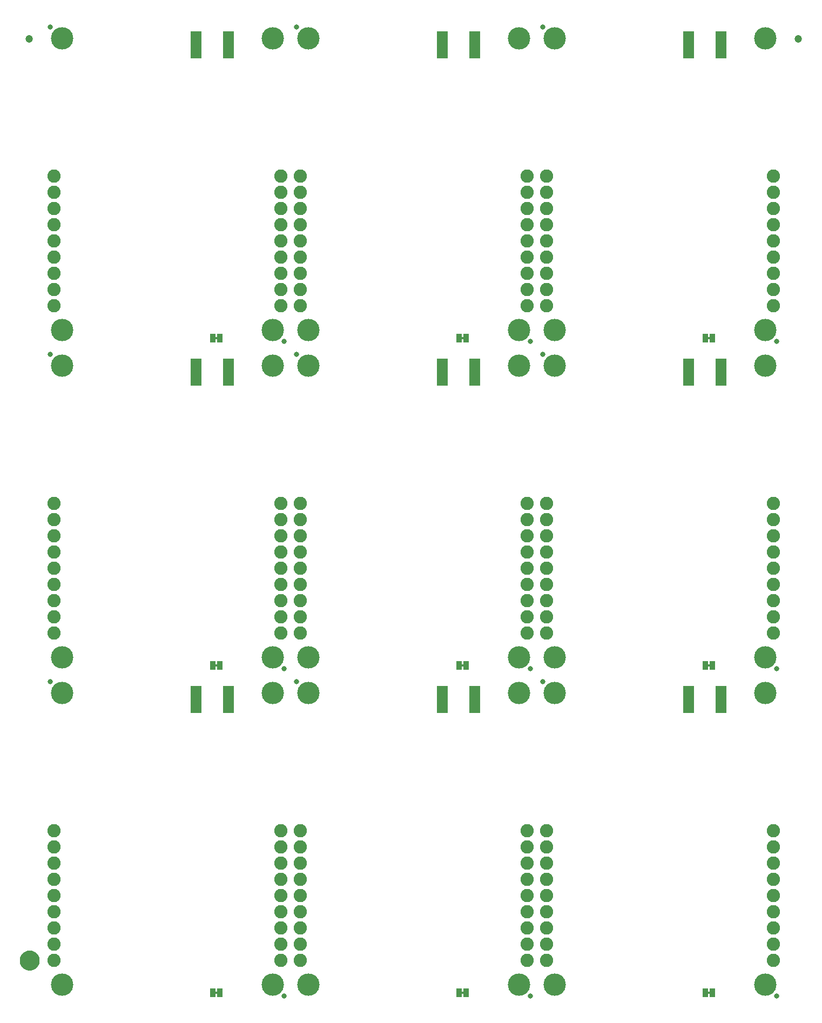
<source format=gbs>
G04 EAGLE Gerber RS-274X export*
G75*
%MOMM*%
%FSLAX34Y34*%
%LPD*%
%INSoldermask Bottom*%
%IPPOS*%
%AMOC8*
5,1,8,0,0,1.08239X$1,22.5*%
G01*
%ADD10C,0.838200*%
%ADD11C,3.505200*%
%ADD12R,0.863600X1.473200*%
%ADD13R,1.703200X4.203200*%
%ADD14C,2.082800*%
%ADD15C,1.203200*%
%ADD16C,1.270000*%
%ADD17C,1.703200*%

G36*
X1040830Y1036967D02*
X1040830Y1036967D01*
X1040896Y1036969D01*
X1040939Y1036987D01*
X1040986Y1036995D01*
X1041043Y1037029D01*
X1041103Y1037054D01*
X1041138Y1037085D01*
X1041179Y1037110D01*
X1041221Y1037161D01*
X1041269Y1037205D01*
X1041291Y1037247D01*
X1041320Y1037284D01*
X1041341Y1037346D01*
X1041372Y1037405D01*
X1041380Y1037459D01*
X1041392Y1037496D01*
X1041391Y1037536D01*
X1041399Y1037590D01*
X1041399Y1040130D01*
X1041388Y1040195D01*
X1041386Y1040261D01*
X1041368Y1040304D01*
X1041360Y1040351D01*
X1041326Y1040408D01*
X1041301Y1040468D01*
X1041270Y1040503D01*
X1041245Y1040544D01*
X1041194Y1040586D01*
X1041150Y1040634D01*
X1041108Y1040656D01*
X1041071Y1040685D01*
X1041009Y1040706D01*
X1040950Y1040737D01*
X1040896Y1040745D01*
X1040859Y1040757D01*
X1040819Y1040756D01*
X1040765Y1040764D01*
X1036955Y1040764D01*
X1036890Y1040753D01*
X1036824Y1040751D01*
X1036781Y1040733D01*
X1036734Y1040725D01*
X1036677Y1040691D01*
X1036617Y1040666D01*
X1036582Y1040635D01*
X1036541Y1040610D01*
X1036500Y1040559D01*
X1036451Y1040515D01*
X1036429Y1040473D01*
X1036400Y1040436D01*
X1036379Y1040374D01*
X1036348Y1040315D01*
X1036340Y1040261D01*
X1036328Y1040224D01*
X1036328Y1040221D01*
X1036329Y1040184D01*
X1036321Y1040130D01*
X1036321Y1037590D01*
X1036332Y1037525D01*
X1036334Y1037459D01*
X1036352Y1037416D01*
X1036360Y1037369D01*
X1036394Y1037312D01*
X1036419Y1037252D01*
X1036450Y1037217D01*
X1036475Y1037176D01*
X1036526Y1037135D01*
X1036570Y1037086D01*
X1036612Y1037064D01*
X1036649Y1037035D01*
X1036711Y1037014D01*
X1036770Y1036983D01*
X1036824Y1036975D01*
X1036861Y1036963D01*
X1036901Y1036964D01*
X1036955Y1036956D01*
X1040765Y1036956D01*
X1040830Y1036967D01*
G37*
G36*
X654750Y1036967D02*
X654750Y1036967D01*
X654816Y1036969D01*
X654859Y1036987D01*
X654906Y1036995D01*
X654963Y1037029D01*
X655023Y1037054D01*
X655058Y1037085D01*
X655099Y1037110D01*
X655141Y1037161D01*
X655189Y1037205D01*
X655211Y1037247D01*
X655240Y1037284D01*
X655261Y1037346D01*
X655292Y1037405D01*
X655300Y1037459D01*
X655312Y1037496D01*
X655311Y1037536D01*
X655319Y1037590D01*
X655319Y1040130D01*
X655308Y1040195D01*
X655306Y1040261D01*
X655288Y1040304D01*
X655280Y1040351D01*
X655246Y1040408D01*
X655221Y1040468D01*
X655190Y1040503D01*
X655165Y1040544D01*
X655114Y1040586D01*
X655070Y1040634D01*
X655028Y1040656D01*
X654991Y1040685D01*
X654929Y1040706D01*
X654870Y1040737D01*
X654816Y1040745D01*
X654779Y1040757D01*
X654739Y1040756D01*
X654685Y1040764D01*
X650875Y1040764D01*
X650810Y1040753D01*
X650744Y1040751D01*
X650701Y1040733D01*
X650654Y1040725D01*
X650597Y1040691D01*
X650537Y1040666D01*
X650502Y1040635D01*
X650461Y1040610D01*
X650420Y1040559D01*
X650371Y1040515D01*
X650349Y1040473D01*
X650320Y1040436D01*
X650299Y1040374D01*
X650268Y1040315D01*
X650260Y1040261D01*
X650248Y1040224D01*
X650248Y1040221D01*
X650249Y1040184D01*
X650241Y1040130D01*
X650241Y1037590D01*
X650252Y1037525D01*
X650254Y1037459D01*
X650272Y1037416D01*
X650280Y1037369D01*
X650314Y1037312D01*
X650339Y1037252D01*
X650370Y1037217D01*
X650395Y1037176D01*
X650446Y1037135D01*
X650490Y1037086D01*
X650532Y1037064D01*
X650569Y1037035D01*
X650631Y1037014D01*
X650690Y1036983D01*
X650744Y1036975D01*
X650781Y1036963D01*
X650821Y1036964D01*
X650875Y1036956D01*
X654685Y1036956D01*
X654750Y1036967D01*
G37*
G36*
X268670Y1036967D02*
X268670Y1036967D01*
X268736Y1036969D01*
X268779Y1036987D01*
X268826Y1036995D01*
X268883Y1037029D01*
X268943Y1037054D01*
X268978Y1037085D01*
X269019Y1037110D01*
X269061Y1037161D01*
X269109Y1037205D01*
X269131Y1037247D01*
X269160Y1037284D01*
X269181Y1037346D01*
X269212Y1037405D01*
X269220Y1037459D01*
X269232Y1037496D01*
X269231Y1037536D01*
X269239Y1037590D01*
X269239Y1040130D01*
X269228Y1040195D01*
X269226Y1040261D01*
X269208Y1040304D01*
X269200Y1040351D01*
X269166Y1040408D01*
X269141Y1040468D01*
X269110Y1040503D01*
X269085Y1040544D01*
X269034Y1040586D01*
X268990Y1040634D01*
X268948Y1040656D01*
X268911Y1040685D01*
X268849Y1040706D01*
X268790Y1040737D01*
X268736Y1040745D01*
X268699Y1040757D01*
X268659Y1040756D01*
X268605Y1040764D01*
X264795Y1040764D01*
X264730Y1040753D01*
X264664Y1040751D01*
X264621Y1040733D01*
X264574Y1040725D01*
X264517Y1040691D01*
X264457Y1040666D01*
X264422Y1040635D01*
X264381Y1040610D01*
X264340Y1040559D01*
X264291Y1040515D01*
X264269Y1040473D01*
X264240Y1040436D01*
X264219Y1040374D01*
X264188Y1040315D01*
X264180Y1040261D01*
X264168Y1040224D01*
X264168Y1040221D01*
X264169Y1040184D01*
X264161Y1040130D01*
X264161Y1037590D01*
X264172Y1037525D01*
X264174Y1037459D01*
X264192Y1037416D01*
X264200Y1037369D01*
X264234Y1037312D01*
X264259Y1037252D01*
X264290Y1037217D01*
X264315Y1037176D01*
X264366Y1037135D01*
X264410Y1037086D01*
X264452Y1037064D01*
X264489Y1037035D01*
X264551Y1037014D01*
X264610Y1036983D01*
X264664Y1036975D01*
X264701Y1036963D01*
X264741Y1036964D01*
X264795Y1036956D01*
X268605Y1036956D01*
X268670Y1036967D01*
G37*
G36*
X1040830Y523887D02*
X1040830Y523887D01*
X1040896Y523889D01*
X1040939Y523907D01*
X1040986Y523915D01*
X1041043Y523949D01*
X1041103Y523974D01*
X1041138Y524005D01*
X1041179Y524030D01*
X1041221Y524081D01*
X1041269Y524125D01*
X1041291Y524167D01*
X1041320Y524204D01*
X1041341Y524266D01*
X1041372Y524325D01*
X1041380Y524379D01*
X1041392Y524416D01*
X1041391Y524456D01*
X1041399Y524510D01*
X1041399Y527050D01*
X1041388Y527115D01*
X1041386Y527181D01*
X1041368Y527224D01*
X1041360Y527271D01*
X1041326Y527328D01*
X1041301Y527388D01*
X1041270Y527423D01*
X1041245Y527464D01*
X1041194Y527506D01*
X1041150Y527554D01*
X1041108Y527576D01*
X1041071Y527605D01*
X1041009Y527626D01*
X1040950Y527657D01*
X1040896Y527665D01*
X1040859Y527677D01*
X1040819Y527676D01*
X1040765Y527684D01*
X1036955Y527684D01*
X1036890Y527673D01*
X1036824Y527671D01*
X1036781Y527653D01*
X1036734Y527645D01*
X1036677Y527611D01*
X1036617Y527586D01*
X1036582Y527555D01*
X1036541Y527530D01*
X1036500Y527479D01*
X1036451Y527435D01*
X1036429Y527393D01*
X1036400Y527356D01*
X1036379Y527294D01*
X1036348Y527235D01*
X1036340Y527181D01*
X1036328Y527144D01*
X1036328Y527141D01*
X1036329Y527104D01*
X1036321Y527050D01*
X1036321Y524510D01*
X1036332Y524445D01*
X1036334Y524379D01*
X1036352Y524336D01*
X1036360Y524289D01*
X1036394Y524232D01*
X1036419Y524172D01*
X1036450Y524137D01*
X1036475Y524096D01*
X1036526Y524055D01*
X1036570Y524006D01*
X1036612Y523984D01*
X1036649Y523955D01*
X1036711Y523934D01*
X1036770Y523903D01*
X1036824Y523895D01*
X1036861Y523883D01*
X1036901Y523884D01*
X1036955Y523876D01*
X1040765Y523876D01*
X1040830Y523887D01*
G37*
G36*
X654750Y523887D02*
X654750Y523887D01*
X654816Y523889D01*
X654859Y523907D01*
X654906Y523915D01*
X654963Y523949D01*
X655023Y523974D01*
X655058Y524005D01*
X655099Y524030D01*
X655141Y524081D01*
X655189Y524125D01*
X655211Y524167D01*
X655240Y524204D01*
X655261Y524266D01*
X655292Y524325D01*
X655300Y524379D01*
X655312Y524416D01*
X655311Y524456D01*
X655319Y524510D01*
X655319Y527050D01*
X655308Y527115D01*
X655306Y527181D01*
X655288Y527224D01*
X655280Y527271D01*
X655246Y527328D01*
X655221Y527388D01*
X655190Y527423D01*
X655165Y527464D01*
X655114Y527506D01*
X655070Y527554D01*
X655028Y527576D01*
X654991Y527605D01*
X654929Y527626D01*
X654870Y527657D01*
X654816Y527665D01*
X654779Y527677D01*
X654739Y527676D01*
X654685Y527684D01*
X650875Y527684D01*
X650810Y527673D01*
X650744Y527671D01*
X650701Y527653D01*
X650654Y527645D01*
X650597Y527611D01*
X650537Y527586D01*
X650502Y527555D01*
X650461Y527530D01*
X650420Y527479D01*
X650371Y527435D01*
X650349Y527393D01*
X650320Y527356D01*
X650299Y527294D01*
X650268Y527235D01*
X650260Y527181D01*
X650248Y527144D01*
X650248Y527141D01*
X650249Y527104D01*
X650241Y527050D01*
X650241Y524510D01*
X650252Y524445D01*
X650254Y524379D01*
X650272Y524336D01*
X650280Y524289D01*
X650314Y524232D01*
X650339Y524172D01*
X650370Y524137D01*
X650395Y524096D01*
X650446Y524055D01*
X650490Y524006D01*
X650532Y523984D01*
X650569Y523955D01*
X650631Y523934D01*
X650690Y523903D01*
X650744Y523895D01*
X650781Y523883D01*
X650821Y523884D01*
X650875Y523876D01*
X654685Y523876D01*
X654750Y523887D01*
G37*
G36*
X268670Y523887D02*
X268670Y523887D01*
X268736Y523889D01*
X268779Y523907D01*
X268826Y523915D01*
X268883Y523949D01*
X268943Y523974D01*
X268978Y524005D01*
X269019Y524030D01*
X269061Y524081D01*
X269109Y524125D01*
X269131Y524167D01*
X269160Y524204D01*
X269181Y524266D01*
X269212Y524325D01*
X269220Y524379D01*
X269232Y524416D01*
X269231Y524456D01*
X269239Y524510D01*
X269239Y527050D01*
X269228Y527115D01*
X269226Y527181D01*
X269208Y527224D01*
X269200Y527271D01*
X269166Y527328D01*
X269141Y527388D01*
X269110Y527423D01*
X269085Y527464D01*
X269034Y527506D01*
X268990Y527554D01*
X268948Y527576D01*
X268911Y527605D01*
X268849Y527626D01*
X268790Y527657D01*
X268736Y527665D01*
X268699Y527677D01*
X268659Y527676D01*
X268605Y527684D01*
X264795Y527684D01*
X264730Y527673D01*
X264664Y527671D01*
X264621Y527653D01*
X264574Y527645D01*
X264517Y527611D01*
X264457Y527586D01*
X264422Y527555D01*
X264381Y527530D01*
X264340Y527479D01*
X264291Y527435D01*
X264269Y527393D01*
X264240Y527356D01*
X264219Y527294D01*
X264188Y527235D01*
X264180Y527181D01*
X264168Y527144D01*
X264168Y527141D01*
X264169Y527104D01*
X264161Y527050D01*
X264161Y524510D01*
X264172Y524445D01*
X264174Y524379D01*
X264192Y524336D01*
X264200Y524289D01*
X264234Y524232D01*
X264259Y524172D01*
X264290Y524137D01*
X264315Y524096D01*
X264366Y524055D01*
X264410Y524006D01*
X264452Y523984D01*
X264489Y523955D01*
X264551Y523934D01*
X264610Y523903D01*
X264664Y523895D01*
X264701Y523883D01*
X264741Y523884D01*
X264795Y523876D01*
X268605Y523876D01*
X268670Y523887D01*
G37*
G36*
X1040830Y10807D02*
X1040830Y10807D01*
X1040896Y10809D01*
X1040939Y10827D01*
X1040986Y10835D01*
X1041043Y10869D01*
X1041103Y10894D01*
X1041138Y10925D01*
X1041179Y10950D01*
X1041221Y11001D01*
X1041269Y11045D01*
X1041291Y11087D01*
X1041320Y11124D01*
X1041341Y11186D01*
X1041372Y11245D01*
X1041380Y11299D01*
X1041392Y11336D01*
X1041391Y11376D01*
X1041399Y11430D01*
X1041399Y13970D01*
X1041388Y14035D01*
X1041386Y14101D01*
X1041368Y14144D01*
X1041360Y14191D01*
X1041326Y14248D01*
X1041301Y14308D01*
X1041270Y14343D01*
X1041245Y14384D01*
X1041194Y14426D01*
X1041150Y14474D01*
X1041108Y14496D01*
X1041071Y14525D01*
X1041009Y14546D01*
X1040950Y14577D01*
X1040896Y14585D01*
X1040859Y14597D01*
X1040819Y14596D01*
X1040765Y14604D01*
X1036955Y14604D01*
X1036890Y14593D01*
X1036824Y14591D01*
X1036781Y14573D01*
X1036734Y14565D01*
X1036677Y14531D01*
X1036617Y14506D01*
X1036582Y14475D01*
X1036541Y14450D01*
X1036500Y14399D01*
X1036451Y14355D01*
X1036429Y14313D01*
X1036400Y14276D01*
X1036379Y14214D01*
X1036348Y14155D01*
X1036340Y14101D01*
X1036328Y14064D01*
X1036328Y14061D01*
X1036329Y14024D01*
X1036321Y13970D01*
X1036321Y11430D01*
X1036332Y11365D01*
X1036334Y11299D01*
X1036352Y11256D01*
X1036360Y11209D01*
X1036394Y11152D01*
X1036419Y11092D01*
X1036450Y11057D01*
X1036475Y11016D01*
X1036526Y10975D01*
X1036570Y10926D01*
X1036612Y10904D01*
X1036649Y10875D01*
X1036711Y10854D01*
X1036770Y10823D01*
X1036824Y10815D01*
X1036861Y10803D01*
X1036901Y10804D01*
X1036955Y10796D01*
X1040765Y10796D01*
X1040830Y10807D01*
G37*
G36*
X654750Y10807D02*
X654750Y10807D01*
X654816Y10809D01*
X654859Y10827D01*
X654906Y10835D01*
X654963Y10869D01*
X655023Y10894D01*
X655058Y10925D01*
X655099Y10950D01*
X655141Y11001D01*
X655189Y11045D01*
X655211Y11087D01*
X655240Y11124D01*
X655261Y11186D01*
X655292Y11245D01*
X655300Y11299D01*
X655312Y11336D01*
X655311Y11376D01*
X655319Y11430D01*
X655319Y13970D01*
X655308Y14035D01*
X655306Y14101D01*
X655288Y14144D01*
X655280Y14191D01*
X655246Y14248D01*
X655221Y14308D01*
X655190Y14343D01*
X655165Y14384D01*
X655114Y14426D01*
X655070Y14474D01*
X655028Y14496D01*
X654991Y14525D01*
X654929Y14546D01*
X654870Y14577D01*
X654816Y14585D01*
X654779Y14597D01*
X654739Y14596D01*
X654685Y14604D01*
X650875Y14604D01*
X650810Y14593D01*
X650744Y14591D01*
X650701Y14573D01*
X650654Y14565D01*
X650597Y14531D01*
X650537Y14506D01*
X650502Y14475D01*
X650461Y14450D01*
X650420Y14399D01*
X650371Y14355D01*
X650349Y14313D01*
X650320Y14276D01*
X650299Y14214D01*
X650268Y14155D01*
X650260Y14101D01*
X650248Y14064D01*
X650248Y14061D01*
X650249Y14024D01*
X650241Y13970D01*
X650241Y11430D01*
X650252Y11365D01*
X650254Y11299D01*
X650272Y11256D01*
X650280Y11209D01*
X650314Y11152D01*
X650339Y11092D01*
X650370Y11057D01*
X650395Y11016D01*
X650446Y10975D01*
X650490Y10926D01*
X650532Y10904D01*
X650569Y10875D01*
X650631Y10854D01*
X650690Y10823D01*
X650744Y10815D01*
X650781Y10803D01*
X650821Y10804D01*
X650875Y10796D01*
X654685Y10796D01*
X654750Y10807D01*
G37*
G36*
X268670Y10807D02*
X268670Y10807D01*
X268736Y10809D01*
X268779Y10827D01*
X268826Y10835D01*
X268883Y10869D01*
X268943Y10894D01*
X268978Y10925D01*
X269019Y10950D01*
X269061Y11001D01*
X269109Y11045D01*
X269131Y11087D01*
X269160Y11124D01*
X269181Y11186D01*
X269212Y11245D01*
X269220Y11299D01*
X269232Y11336D01*
X269231Y11376D01*
X269239Y11430D01*
X269239Y13970D01*
X269228Y14035D01*
X269226Y14101D01*
X269208Y14144D01*
X269200Y14191D01*
X269166Y14248D01*
X269141Y14308D01*
X269110Y14343D01*
X269085Y14384D01*
X269034Y14426D01*
X268990Y14474D01*
X268948Y14496D01*
X268911Y14525D01*
X268849Y14546D01*
X268790Y14577D01*
X268736Y14585D01*
X268699Y14597D01*
X268659Y14596D01*
X268605Y14604D01*
X264795Y14604D01*
X264730Y14593D01*
X264664Y14591D01*
X264621Y14573D01*
X264574Y14565D01*
X264517Y14531D01*
X264457Y14506D01*
X264422Y14475D01*
X264381Y14450D01*
X264340Y14399D01*
X264291Y14355D01*
X264269Y14313D01*
X264240Y14276D01*
X264219Y14214D01*
X264188Y14155D01*
X264180Y14101D01*
X264168Y14064D01*
X264168Y14061D01*
X264169Y14024D01*
X264161Y13970D01*
X264161Y11430D01*
X264172Y11365D01*
X264174Y11299D01*
X264192Y11256D01*
X264200Y11209D01*
X264234Y11152D01*
X264259Y11092D01*
X264290Y11057D01*
X264315Y11016D01*
X264366Y10975D01*
X264410Y10926D01*
X264452Y10904D01*
X264489Y10875D01*
X264551Y10854D01*
X264610Y10823D01*
X264664Y10815D01*
X264701Y10803D01*
X264741Y10804D01*
X264795Y10796D01*
X268605Y10796D01*
X268670Y10807D01*
G37*
D10*
X373380Y7620D03*
X6350Y500380D03*
D11*
X25400Y482600D03*
X25400Y25400D03*
X355600Y482600D03*
X355600Y25400D03*
D12*
X261493Y12700D03*
X271907Y12700D03*
D13*
X234950Y472440D03*
X285750Y472440D03*
D14*
X368300Y266700D03*
X368300Y241300D03*
X368300Y215900D03*
X368300Y190500D03*
X368300Y165100D03*
X368300Y139700D03*
X368300Y114300D03*
X368300Y88900D03*
X368300Y63500D03*
X12700Y266700D03*
X12700Y241300D03*
X12700Y215900D03*
X12700Y190500D03*
X12700Y165100D03*
X12700Y139700D03*
X12700Y114300D03*
X12700Y88900D03*
X12700Y63500D03*
D10*
X759460Y7620D03*
X392430Y500380D03*
D11*
X411480Y482600D03*
X411480Y25400D03*
X741680Y482600D03*
X741680Y25400D03*
D12*
X647573Y12700D03*
X657987Y12700D03*
D13*
X621030Y472440D03*
X671830Y472440D03*
D14*
X754380Y266700D03*
X754380Y241300D03*
X754380Y215900D03*
X754380Y190500D03*
X754380Y165100D03*
X754380Y139700D03*
X754380Y114300D03*
X754380Y88900D03*
X754380Y63500D03*
X398780Y266700D03*
X398780Y241300D03*
X398780Y215900D03*
X398780Y190500D03*
X398780Y165100D03*
X398780Y139700D03*
X398780Y114300D03*
X398780Y88900D03*
X398780Y63500D03*
D10*
X1145540Y7620D03*
X778510Y500380D03*
D11*
X797560Y482600D03*
X797560Y25400D03*
X1127760Y482600D03*
X1127760Y25400D03*
D12*
X1033653Y12700D03*
X1044067Y12700D03*
D13*
X1007110Y472440D03*
X1057910Y472440D03*
D14*
X1140460Y266700D03*
X1140460Y241300D03*
X1140460Y215900D03*
X1140460Y190500D03*
X1140460Y165100D03*
X1140460Y139700D03*
X1140460Y114300D03*
X1140460Y88900D03*
X1140460Y63500D03*
X784860Y266700D03*
X784860Y241300D03*
X784860Y215900D03*
X784860Y190500D03*
X784860Y165100D03*
X784860Y139700D03*
X784860Y114300D03*
X784860Y88900D03*
X784860Y63500D03*
D10*
X373380Y520700D03*
X6350Y1013460D03*
D11*
X25400Y995680D03*
X25400Y538480D03*
X355600Y995680D03*
X355600Y538480D03*
D12*
X261493Y525780D03*
X271907Y525780D03*
D13*
X234950Y985520D03*
X285750Y985520D03*
D14*
X368300Y779780D03*
X368300Y754380D03*
X368300Y728980D03*
X368300Y703580D03*
X368300Y678180D03*
X368300Y652780D03*
X368300Y627380D03*
X368300Y601980D03*
X368300Y576580D03*
X12700Y779780D03*
X12700Y754380D03*
X12700Y728980D03*
X12700Y703580D03*
X12700Y678180D03*
X12700Y652780D03*
X12700Y627380D03*
X12700Y601980D03*
X12700Y576580D03*
D10*
X759460Y520700D03*
X392430Y1013460D03*
D11*
X411480Y995680D03*
X411480Y538480D03*
X741680Y995680D03*
X741680Y538480D03*
D12*
X647573Y525780D03*
X657987Y525780D03*
D13*
X621030Y985520D03*
X671830Y985520D03*
D14*
X754380Y779780D03*
X754380Y754380D03*
X754380Y728980D03*
X754380Y703580D03*
X754380Y678180D03*
X754380Y652780D03*
X754380Y627380D03*
X754380Y601980D03*
X754380Y576580D03*
X398780Y779780D03*
X398780Y754380D03*
X398780Y728980D03*
X398780Y703580D03*
X398780Y678180D03*
X398780Y652780D03*
X398780Y627380D03*
X398780Y601980D03*
X398780Y576580D03*
D10*
X1145540Y520700D03*
X778510Y1013460D03*
D11*
X797560Y995680D03*
X797560Y538480D03*
X1127760Y995680D03*
X1127760Y538480D03*
D12*
X1033653Y525780D03*
X1044067Y525780D03*
D13*
X1007110Y985520D03*
X1057910Y985520D03*
D14*
X1140460Y779780D03*
X1140460Y754380D03*
X1140460Y728980D03*
X1140460Y703580D03*
X1140460Y678180D03*
X1140460Y652780D03*
X1140460Y627380D03*
X1140460Y601980D03*
X1140460Y576580D03*
X784860Y779780D03*
X784860Y754380D03*
X784860Y728980D03*
X784860Y703580D03*
X784860Y678180D03*
X784860Y652780D03*
X784860Y627380D03*
X784860Y601980D03*
X784860Y576580D03*
D10*
X373380Y1033780D03*
X6350Y1526540D03*
D11*
X25400Y1508760D03*
X25400Y1051560D03*
X355600Y1508760D03*
X355600Y1051560D03*
D12*
X261493Y1038860D03*
X271907Y1038860D03*
D13*
X234950Y1498600D03*
X285750Y1498600D03*
D14*
X368300Y1292860D03*
X368300Y1267460D03*
X368300Y1242060D03*
X368300Y1216660D03*
X368300Y1191260D03*
X368300Y1165860D03*
X368300Y1140460D03*
X368300Y1115060D03*
X368300Y1089660D03*
X12700Y1292860D03*
X12700Y1267460D03*
X12700Y1242060D03*
X12700Y1216660D03*
X12700Y1191260D03*
X12700Y1165860D03*
X12700Y1140460D03*
X12700Y1115060D03*
X12700Y1089660D03*
D10*
X759460Y1033780D03*
X392430Y1526540D03*
D11*
X411480Y1508760D03*
X411480Y1051560D03*
X741680Y1508760D03*
X741680Y1051560D03*
D12*
X647573Y1038860D03*
X657987Y1038860D03*
D13*
X621030Y1498600D03*
X671830Y1498600D03*
D14*
X754380Y1292860D03*
X754380Y1267460D03*
X754380Y1242060D03*
X754380Y1216660D03*
X754380Y1191260D03*
X754380Y1165860D03*
X754380Y1140460D03*
X754380Y1115060D03*
X754380Y1089660D03*
X398780Y1292860D03*
X398780Y1267460D03*
X398780Y1242060D03*
X398780Y1216660D03*
X398780Y1191260D03*
X398780Y1165860D03*
X398780Y1140460D03*
X398780Y1115060D03*
X398780Y1089660D03*
D10*
X1145540Y1033780D03*
X778510Y1526540D03*
D11*
X797560Y1508760D03*
X797560Y1051560D03*
X1127760Y1508760D03*
X1127760Y1051560D03*
D12*
X1033653Y1038860D03*
X1044067Y1038860D03*
D13*
X1007110Y1498600D03*
X1057910Y1498600D03*
D14*
X1140460Y1292860D03*
X1140460Y1267460D03*
X1140460Y1242060D03*
X1140460Y1216660D03*
X1140460Y1191260D03*
X1140460Y1165860D03*
X1140460Y1140460D03*
X1140460Y1115060D03*
X1140460Y1089660D03*
X784860Y1292860D03*
X784860Y1267460D03*
X784860Y1242060D03*
X784860Y1216660D03*
X784860Y1191260D03*
X784860Y1165860D03*
X784860Y1140460D03*
X784860Y1115060D03*
X784860Y1089660D03*
D15*
X-26238Y1507490D03*
X1179398Y1507490D03*
D16*
X-35293Y63500D02*
X-35290Y63722D01*
X-35282Y63944D01*
X-35268Y64166D01*
X-35249Y64388D01*
X-35225Y64608D01*
X-35195Y64829D01*
X-35160Y65048D01*
X-35119Y65267D01*
X-35073Y65484D01*
X-35022Y65700D01*
X-34965Y65915D01*
X-34903Y66129D01*
X-34836Y66340D01*
X-34764Y66551D01*
X-34686Y66759D01*
X-34604Y66965D01*
X-34516Y67169D01*
X-34424Y67372D01*
X-34326Y67571D01*
X-34224Y67768D01*
X-34117Y67963D01*
X-34005Y68155D01*
X-33888Y68344D01*
X-33767Y68531D01*
X-33641Y68714D01*
X-33511Y68894D01*
X-33376Y69071D01*
X-33238Y69244D01*
X-33095Y69414D01*
X-32947Y69581D01*
X-32796Y69744D01*
X-32641Y69903D01*
X-32482Y70058D01*
X-32319Y70209D01*
X-32152Y70357D01*
X-31982Y70500D01*
X-31809Y70638D01*
X-31632Y70773D01*
X-31452Y70903D01*
X-31269Y71029D01*
X-31082Y71150D01*
X-30893Y71267D01*
X-30701Y71379D01*
X-30506Y71486D01*
X-30309Y71588D01*
X-30110Y71686D01*
X-29907Y71778D01*
X-29703Y71866D01*
X-29497Y71948D01*
X-29289Y72026D01*
X-29078Y72098D01*
X-28867Y72165D01*
X-28653Y72227D01*
X-28438Y72284D01*
X-28222Y72335D01*
X-28005Y72381D01*
X-27786Y72422D01*
X-27567Y72457D01*
X-27346Y72487D01*
X-27126Y72511D01*
X-26904Y72530D01*
X-26682Y72544D01*
X-26460Y72552D01*
X-26238Y72555D01*
X-26016Y72552D01*
X-25794Y72544D01*
X-25572Y72530D01*
X-25350Y72511D01*
X-25130Y72487D01*
X-24909Y72457D01*
X-24690Y72422D01*
X-24471Y72381D01*
X-24254Y72335D01*
X-24038Y72284D01*
X-23823Y72227D01*
X-23609Y72165D01*
X-23398Y72098D01*
X-23187Y72026D01*
X-22979Y71948D01*
X-22773Y71866D01*
X-22569Y71778D01*
X-22366Y71686D01*
X-22167Y71588D01*
X-21970Y71486D01*
X-21775Y71379D01*
X-21583Y71267D01*
X-21394Y71150D01*
X-21207Y71029D01*
X-21024Y70903D01*
X-20844Y70773D01*
X-20667Y70638D01*
X-20494Y70500D01*
X-20324Y70357D01*
X-20157Y70209D01*
X-19994Y70058D01*
X-19835Y69903D01*
X-19680Y69744D01*
X-19529Y69581D01*
X-19381Y69414D01*
X-19238Y69244D01*
X-19100Y69071D01*
X-18965Y68894D01*
X-18835Y68714D01*
X-18709Y68531D01*
X-18588Y68344D01*
X-18471Y68155D01*
X-18359Y67963D01*
X-18252Y67768D01*
X-18150Y67571D01*
X-18052Y67372D01*
X-17960Y67169D01*
X-17872Y66965D01*
X-17790Y66759D01*
X-17712Y66551D01*
X-17640Y66340D01*
X-17573Y66129D01*
X-17511Y65915D01*
X-17454Y65700D01*
X-17403Y65484D01*
X-17357Y65267D01*
X-17316Y65048D01*
X-17281Y64829D01*
X-17251Y64608D01*
X-17227Y64388D01*
X-17208Y64166D01*
X-17194Y63944D01*
X-17186Y63722D01*
X-17183Y63500D01*
X-17186Y63278D01*
X-17194Y63056D01*
X-17208Y62834D01*
X-17227Y62612D01*
X-17251Y62392D01*
X-17281Y62171D01*
X-17316Y61952D01*
X-17357Y61733D01*
X-17403Y61516D01*
X-17454Y61300D01*
X-17511Y61085D01*
X-17573Y60871D01*
X-17640Y60660D01*
X-17712Y60449D01*
X-17790Y60241D01*
X-17872Y60035D01*
X-17960Y59831D01*
X-18052Y59628D01*
X-18150Y59429D01*
X-18252Y59232D01*
X-18359Y59037D01*
X-18471Y58845D01*
X-18588Y58656D01*
X-18709Y58469D01*
X-18835Y58286D01*
X-18965Y58106D01*
X-19100Y57929D01*
X-19238Y57756D01*
X-19381Y57586D01*
X-19529Y57419D01*
X-19680Y57256D01*
X-19835Y57097D01*
X-19994Y56942D01*
X-20157Y56791D01*
X-20324Y56643D01*
X-20494Y56500D01*
X-20667Y56362D01*
X-20844Y56227D01*
X-21024Y56097D01*
X-21207Y55971D01*
X-21394Y55850D01*
X-21583Y55733D01*
X-21775Y55621D01*
X-21970Y55514D01*
X-22167Y55412D01*
X-22366Y55314D01*
X-22569Y55222D01*
X-22773Y55134D01*
X-22979Y55052D01*
X-23187Y54974D01*
X-23398Y54902D01*
X-23609Y54835D01*
X-23823Y54773D01*
X-24038Y54716D01*
X-24254Y54665D01*
X-24471Y54619D01*
X-24690Y54578D01*
X-24909Y54543D01*
X-25130Y54513D01*
X-25350Y54489D01*
X-25572Y54470D01*
X-25794Y54456D01*
X-26016Y54448D01*
X-26238Y54445D01*
X-26460Y54448D01*
X-26682Y54456D01*
X-26904Y54470D01*
X-27126Y54489D01*
X-27346Y54513D01*
X-27567Y54543D01*
X-27786Y54578D01*
X-28005Y54619D01*
X-28222Y54665D01*
X-28438Y54716D01*
X-28653Y54773D01*
X-28867Y54835D01*
X-29078Y54902D01*
X-29289Y54974D01*
X-29497Y55052D01*
X-29703Y55134D01*
X-29907Y55222D01*
X-30110Y55314D01*
X-30309Y55412D01*
X-30506Y55514D01*
X-30701Y55621D01*
X-30893Y55733D01*
X-31082Y55850D01*
X-31269Y55971D01*
X-31452Y56097D01*
X-31632Y56227D01*
X-31809Y56362D01*
X-31982Y56500D01*
X-32152Y56643D01*
X-32319Y56791D01*
X-32482Y56942D01*
X-32641Y57097D01*
X-32796Y57256D01*
X-32947Y57419D01*
X-33095Y57586D01*
X-33238Y57756D01*
X-33376Y57929D01*
X-33511Y58106D01*
X-33641Y58286D01*
X-33767Y58469D01*
X-33888Y58656D01*
X-34005Y58845D01*
X-34117Y59037D01*
X-34224Y59232D01*
X-34326Y59429D01*
X-34424Y59628D01*
X-34516Y59831D01*
X-34604Y60035D01*
X-34686Y60241D01*
X-34764Y60449D01*
X-34836Y60660D01*
X-34903Y60871D01*
X-34965Y61085D01*
X-35022Y61300D01*
X-35073Y61516D01*
X-35119Y61733D01*
X-35160Y61952D01*
X-35195Y62171D01*
X-35225Y62392D01*
X-35249Y62612D01*
X-35268Y62834D01*
X-35282Y63056D01*
X-35290Y63278D01*
X-35293Y63500D01*
D17*
X-26238Y63500D03*
M02*

</source>
